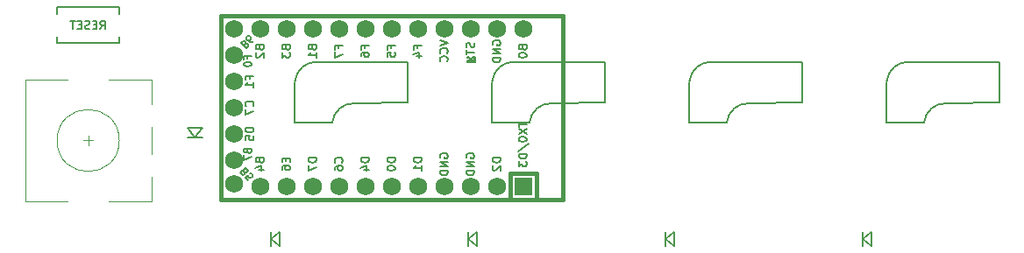
<source format=gbr>
%TF.GenerationSoftware,KiCad,Pcbnew,(6.0.1)*%
%TF.CreationDate,2022-02-15T20:39:13+08:00*%
%TF.ProjectId,Desk_Macropad,4465736b-5f4d-4616-9372-6f7061642e6b,rev?*%
%TF.SameCoordinates,Original*%
%TF.FileFunction,Legend,Bot*%
%TF.FilePolarity,Positive*%
%FSLAX46Y46*%
G04 Gerber Fmt 4.6, Leading zero omitted, Abs format (unit mm)*
G04 Created by KiCad (PCBNEW (6.0.1)) date 2022-02-15 20:39:13*
%MOMM*%
%LPD*%
G01*
G04 APERTURE LIST*
%ADD10C,0.150000*%
%ADD11C,0.120000*%
%ADD12C,0.381000*%
%ADD13R,1.752600X1.752600*%
%ADD14C,1.752600*%
G04 APERTURE END LIST*
D10*
%TO.C,RSW1*%
X90205654Y-82890654D02*
X90472321Y-82509702D01*
X90662797Y-82890654D02*
X90662797Y-82090654D01*
X90358035Y-82090654D01*
X90281845Y-82128750D01*
X90243750Y-82166845D01*
X90205654Y-82243035D01*
X90205654Y-82357321D01*
X90243750Y-82433511D01*
X90281845Y-82471607D01*
X90358035Y-82509702D01*
X90662797Y-82509702D01*
X89862797Y-82471607D02*
X89596130Y-82471607D01*
X89481845Y-82890654D02*
X89862797Y-82890654D01*
X89862797Y-82090654D01*
X89481845Y-82090654D01*
X89177083Y-82852559D02*
X89062797Y-82890654D01*
X88872321Y-82890654D01*
X88796130Y-82852559D01*
X88758035Y-82814464D01*
X88719940Y-82738273D01*
X88719940Y-82662083D01*
X88758035Y-82585892D01*
X88796130Y-82547797D01*
X88872321Y-82509702D01*
X89024702Y-82471607D01*
X89100892Y-82433511D01*
X89138988Y-82395416D01*
X89177083Y-82319226D01*
X89177083Y-82243035D01*
X89138988Y-82166845D01*
X89100892Y-82128750D01*
X89024702Y-82090654D01*
X88834226Y-82090654D01*
X88719940Y-82128750D01*
X88377083Y-82471607D02*
X88110416Y-82471607D01*
X87996130Y-82890654D02*
X88377083Y-82890654D01*
X88377083Y-82090654D01*
X87996130Y-82090654D01*
X87767559Y-82090654D02*
X87310416Y-82090654D01*
X87538988Y-82890654D02*
X87538988Y-82090654D01*
%TO.C,U1*%
X105588607Y-84702690D02*
X105626702Y-84816976D01*
X105664797Y-84855071D01*
X105740988Y-84893166D01*
X105855273Y-84893166D01*
X105931464Y-84855071D01*
X105969559Y-84816976D01*
X106007654Y-84740785D01*
X106007654Y-84436023D01*
X105207654Y-84436023D01*
X105207654Y-84702690D01*
X105245750Y-84778880D01*
X105283845Y-84816976D01*
X105360035Y-84855071D01*
X105436226Y-84855071D01*
X105512416Y-84816976D01*
X105550511Y-84778880D01*
X105588607Y-84702690D01*
X105588607Y-84436023D01*
X105283845Y-85197928D02*
X105245750Y-85236023D01*
X105207654Y-85312214D01*
X105207654Y-85502690D01*
X105245750Y-85578880D01*
X105283845Y-85616976D01*
X105360035Y-85655071D01*
X105436226Y-85655071D01*
X105550511Y-85616976D01*
X106007654Y-85159833D01*
X106007654Y-85655071D01*
X116167654Y-95358023D02*
X115367654Y-95358023D01*
X115367654Y-95548500D01*
X115405750Y-95662785D01*
X115481940Y-95738976D01*
X115558130Y-95777071D01*
X115710511Y-95815166D01*
X115824797Y-95815166D01*
X115977178Y-95777071D01*
X116053369Y-95738976D01*
X116129559Y-95662785D01*
X116167654Y-95548500D01*
X116167654Y-95358023D01*
X115634321Y-96500880D02*
X116167654Y-96500880D01*
X115329559Y-96310404D02*
X115900988Y-96119928D01*
X115900988Y-96615166D01*
X125565750Y-95338976D02*
X125527654Y-95262785D01*
X125527654Y-95148500D01*
X125565750Y-95034214D01*
X125641940Y-94958023D01*
X125718130Y-94919928D01*
X125870511Y-94881833D01*
X125984797Y-94881833D01*
X126137178Y-94919928D01*
X126213369Y-94958023D01*
X126289559Y-95034214D01*
X126327654Y-95148500D01*
X126327654Y-95224690D01*
X126289559Y-95338976D01*
X126251464Y-95377071D01*
X125984797Y-95377071D01*
X125984797Y-95224690D01*
X126327654Y-95719928D02*
X125527654Y-95719928D01*
X126327654Y-96177071D01*
X125527654Y-96177071D01*
X126327654Y-96558023D02*
X125527654Y-96558023D01*
X125527654Y-96748500D01*
X125565750Y-96862785D01*
X125641940Y-96938976D01*
X125718130Y-96977071D01*
X125870511Y-97015166D01*
X125984797Y-97015166D01*
X126137178Y-96977071D01*
X126213369Y-96938976D01*
X126289559Y-96862785D01*
X126327654Y-96748500D01*
X126327654Y-96558023D01*
X111087654Y-95358023D02*
X110287654Y-95358023D01*
X110287654Y-95548500D01*
X110325750Y-95662785D01*
X110401940Y-95738976D01*
X110478130Y-95777071D01*
X110630511Y-95815166D01*
X110744797Y-95815166D01*
X110897178Y-95777071D01*
X110973369Y-95738976D01*
X111049559Y-95662785D01*
X111087654Y-95548500D01*
X111087654Y-95358023D01*
X110287654Y-96081833D02*
X110287654Y-96615166D01*
X111087654Y-96272309D01*
X126319559Y-84221046D02*
X126357654Y-84335332D01*
X126357654Y-84525808D01*
X126319559Y-84601999D01*
X126281464Y-84640094D01*
X126205273Y-84678189D01*
X126129083Y-84678189D01*
X126052892Y-84640094D01*
X126014797Y-84601999D01*
X125976702Y-84525808D01*
X125938607Y-84373427D01*
X125900511Y-84297237D01*
X125862416Y-84259141D01*
X125786226Y-84221046D01*
X125710035Y-84221046D01*
X125633845Y-84259141D01*
X125595750Y-84297237D01*
X125557654Y-84373427D01*
X125557654Y-84563903D01*
X125595750Y-84678189D01*
X125557654Y-84906760D02*
X125557654Y-85363903D01*
X126357654Y-85135332D02*
X125557654Y-85135332D01*
X113208607Y-84759833D02*
X113208607Y-84493166D01*
X113627654Y-84493166D02*
X112827654Y-84493166D01*
X112827654Y-84874119D01*
X112827654Y-85102690D02*
X112827654Y-85636023D01*
X113627654Y-85293166D01*
X122987654Y-83959833D02*
X123787654Y-84226500D01*
X122987654Y-84493166D01*
X123711464Y-85216976D02*
X123749559Y-85178880D01*
X123787654Y-85064595D01*
X123787654Y-84988404D01*
X123749559Y-84874119D01*
X123673369Y-84797928D01*
X123597178Y-84759833D01*
X123444797Y-84721738D01*
X123330511Y-84721738D01*
X123178130Y-84759833D01*
X123101940Y-84797928D01*
X123025750Y-84874119D01*
X122987654Y-84988404D01*
X122987654Y-85064595D01*
X123025750Y-85178880D01*
X123063845Y-85216976D01*
X123711464Y-86016976D02*
X123749559Y-85978880D01*
X123787654Y-85864595D01*
X123787654Y-85788404D01*
X123749559Y-85674119D01*
X123673369Y-85597928D01*
X123597178Y-85559833D01*
X123444797Y-85521738D01*
X123330511Y-85521738D01*
X123178130Y-85559833D01*
X123101940Y-85597928D01*
X123025750Y-85674119D01*
X122987654Y-85788404D01*
X122987654Y-85864595D01*
X123025750Y-85978880D01*
X123063845Y-86016976D01*
X104961464Y-90354166D02*
X104999559Y-90316071D01*
X105037654Y-90201785D01*
X105037654Y-90125595D01*
X104999559Y-90011309D01*
X104923369Y-89935119D01*
X104847178Y-89897023D01*
X104694797Y-89858928D01*
X104580511Y-89858928D01*
X104428130Y-89897023D01*
X104351940Y-89935119D01*
X104275750Y-90011309D01*
X104237654Y-90125595D01*
X104237654Y-90201785D01*
X104275750Y-90316071D01*
X104313845Y-90354166D01*
X104237654Y-90620833D02*
X104237654Y-91154166D01*
X105037654Y-90811309D01*
X115748607Y-84759833D02*
X115748607Y-84493166D01*
X116167654Y-84493166D02*
X115367654Y-84493166D01*
X115367654Y-84874119D01*
X115367654Y-85521738D02*
X115367654Y-85369357D01*
X115405750Y-85293166D01*
X115443845Y-85255071D01*
X115558130Y-85178880D01*
X115710511Y-85140785D01*
X116015273Y-85140785D01*
X116091464Y-85178880D01*
X116129559Y-85216976D01*
X116167654Y-85293166D01*
X116167654Y-85445547D01*
X116129559Y-85521738D01*
X116091464Y-85559833D01*
X116015273Y-85597928D01*
X115824797Y-85597928D01*
X115748607Y-85559833D01*
X115710511Y-85521738D01*
X115672416Y-85445547D01*
X115672416Y-85293166D01*
X115710511Y-85216976D01*
X115748607Y-85178880D01*
X115824797Y-85140785D01*
X118707654Y-95358023D02*
X117907654Y-95358023D01*
X117907654Y-95548500D01*
X117945750Y-95662785D01*
X118021940Y-95738976D01*
X118098130Y-95777071D01*
X118250511Y-95815166D01*
X118364797Y-95815166D01*
X118517178Y-95777071D01*
X118593369Y-95738976D01*
X118669559Y-95662785D01*
X118707654Y-95548500D01*
X118707654Y-95358023D01*
X117907654Y-96310404D02*
X117907654Y-96386595D01*
X117945750Y-96462785D01*
X117983845Y-96500880D01*
X118060035Y-96538976D01*
X118212416Y-96577071D01*
X118402892Y-96577071D01*
X118555273Y-96538976D01*
X118631464Y-96500880D01*
X118669559Y-96462785D01*
X118707654Y-96386595D01*
X118707654Y-96310404D01*
X118669559Y-96234214D01*
X118631464Y-96196119D01*
X118555273Y-96158023D01*
X118402892Y-96119928D01*
X118212416Y-96119928D01*
X118060035Y-96158023D01*
X117983845Y-96196119D01*
X117945750Y-96234214D01*
X117907654Y-96310404D01*
X120828607Y-84759833D02*
X120828607Y-84493166D01*
X121247654Y-84493166D02*
X120447654Y-84493166D01*
X120447654Y-84874119D01*
X120714321Y-85521738D02*
X121247654Y-85521738D01*
X120409559Y-85331261D02*
X120980988Y-85140785D01*
X120980988Y-85636023D01*
X105588607Y-95624690D02*
X105626702Y-95738976D01*
X105664797Y-95777071D01*
X105740988Y-95815166D01*
X105855273Y-95815166D01*
X105931464Y-95777071D01*
X105969559Y-95738976D01*
X106007654Y-95662785D01*
X106007654Y-95358023D01*
X105207654Y-95358023D01*
X105207654Y-95624690D01*
X105245750Y-95700880D01*
X105283845Y-95738976D01*
X105360035Y-95777071D01*
X105436226Y-95777071D01*
X105512416Y-95738976D01*
X105550511Y-95700880D01*
X105588607Y-95624690D01*
X105588607Y-95358023D01*
X105474321Y-96500880D02*
X106007654Y-96500880D01*
X105169559Y-96310404D02*
X105740988Y-96119928D01*
X105740988Y-96615166D01*
X104425750Y-85754166D02*
X104425750Y-85520833D01*
X104792416Y-85520833D02*
X104092416Y-85520833D01*
X104092416Y-85854166D01*
X104092416Y-86254166D02*
X104092416Y-86320833D01*
X104125750Y-86387500D01*
X104159083Y-86420833D01*
X104225750Y-86454166D01*
X104359083Y-86487500D01*
X104525750Y-86487500D01*
X104659083Y-86454166D01*
X104725750Y-86420833D01*
X104759083Y-86387500D01*
X104792416Y-86320833D01*
X104792416Y-86254166D01*
X104759083Y-86187500D01*
X104725750Y-86154166D01*
X104659083Y-86120833D01*
X104525750Y-86087500D01*
X104359083Y-86087500D01*
X104225750Y-86120833D01*
X104159083Y-86154166D01*
X104125750Y-86187500D01*
X104092416Y-86254166D01*
X110668607Y-84702690D02*
X110706702Y-84816976D01*
X110744797Y-84855071D01*
X110820988Y-84893166D01*
X110935273Y-84893166D01*
X111011464Y-84855071D01*
X111049559Y-84816976D01*
X111087654Y-84740785D01*
X111087654Y-84436023D01*
X110287654Y-84436023D01*
X110287654Y-84702690D01*
X110325750Y-84778880D01*
X110363845Y-84816976D01*
X110440035Y-84855071D01*
X110516226Y-84855071D01*
X110592416Y-84816976D01*
X110630511Y-84778880D01*
X110668607Y-84702690D01*
X110668607Y-84436023D01*
X111087654Y-85655071D02*
X111087654Y-85197928D01*
X111087654Y-85426500D02*
X110287654Y-85426500D01*
X110401940Y-85350309D01*
X110478130Y-85274119D01*
X110516226Y-85197928D01*
X121247654Y-95358023D02*
X120447654Y-95358023D01*
X120447654Y-95548500D01*
X120485750Y-95662785D01*
X120561940Y-95738976D01*
X120638130Y-95777071D01*
X120790511Y-95815166D01*
X120904797Y-95815166D01*
X121057178Y-95777071D01*
X121133369Y-95738976D01*
X121209559Y-95662785D01*
X121247654Y-95548500D01*
X121247654Y-95358023D01*
X121247654Y-96577071D02*
X121247654Y-96119928D01*
X121247654Y-96348500D02*
X120447654Y-96348500D01*
X120561940Y-96272309D01*
X120638130Y-96196119D01*
X120676226Y-96119928D01*
X105037654Y-92437023D02*
X104237654Y-92437023D01*
X104237654Y-92627500D01*
X104275750Y-92741785D01*
X104351940Y-92817976D01*
X104428130Y-92856071D01*
X104580511Y-92894166D01*
X104694797Y-92894166D01*
X104847178Y-92856071D01*
X104923369Y-92817976D01*
X104999559Y-92741785D01*
X105037654Y-92627500D01*
X105037654Y-92437023D01*
X104237654Y-93617976D02*
X104237654Y-93237023D01*
X104618607Y-93198928D01*
X104580511Y-93237023D01*
X104542416Y-93313214D01*
X104542416Y-93503690D01*
X104580511Y-93579880D01*
X104618607Y-93617976D01*
X104694797Y-93656071D01*
X104885273Y-93656071D01*
X104961464Y-93617976D01*
X104999559Y-93579880D01*
X105037654Y-93503690D01*
X105037654Y-93313214D01*
X104999559Y-93237023D01*
X104961464Y-93198928D01*
X128105750Y-84416976D02*
X128067654Y-84340785D01*
X128067654Y-84226500D01*
X128105750Y-84112214D01*
X128181940Y-84036023D01*
X128258130Y-83997928D01*
X128410511Y-83959833D01*
X128524797Y-83959833D01*
X128677178Y-83997928D01*
X128753369Y-84036023D01*
X128829559Y-84112214D01*
X128867654Y-84226500D01*
X128867654Y-84302690D01*
X128829559Y-84416976D01*
X128791464Y-84455071D01*
X128524797Y-84455071D01*
X128524797Y-84302690D01*
X128867654Y-84797928D02*
X128067654Y-84797928D01*
X128867654Y-85255071D01*
X128067654Y-85255071D01*
X128867654Y-85636023D02*
X128067654Y-85636023D01*
X128067654Y-85826500D01*
X128105750Y-85940785D01*
X128181940Y-86016976D01*
X128258130Y-86055071D01*
X128410511Y-86093166D01*
X128524797Y-86093166D01*
X128677178Y-86055071D01*
X128753369Y-86016976D01*
X128829559Y-85940785D01*
X128867654Y-85826500D01*
X128867654Y-85636023D01*
X113551464Y-95815166D02*
X113589559Y-95777071D01*
X113627654Y-95662785D01*
X113627654Y-95586595D01*
X113589559Y-95472309D01*
X113513369Y-95396119D01*
X113437178Y-95358023D01*
X113284797Y-95319928D01*
X113170511Y-95319928D01*
X113018130Y-95358023D01*
X112941940Y-95396119D01*
X112865750Y-95472309D01*
X112827654Y-95586595D01*
X112827654Y-95662785D01*
X112865750Y-95777071D01*
X112903845Y-95815166D01*
X112827654Y-96500880D02*
X112827654Y-96348500D01*
X112865750Y-96272309D01*
X112903845Y-96234214D01*
X113018130Y-96158023D01*
X113170511Y-96119928D01*
X113475273Y-96119928D01*
X113551464Y-96158023D01*
X113589559Y-96196119D01*
X113627654Y-96272309D01*
X113627654Y-96424690D01*
X113589559Y-96500880D01*
X113551464Y-96538976D01*
X113475273Y-96577071D01*
X113284797Y-96577071D01*
X113208607Y-96538976D01*
X113170511Y-96500880D01*
X113132416Y-96424690D01*
X113132416Y-96272309D01*
X113170511Y-96196119D01*
X113208607Y-96158023D01*
X113284797Y-96119928D01*
X104618607Y-87680833D02*
X104618607Y-87414166D01*
X105037654Y-87414166D02*
X104237654Y-87414166D01*
X104237654Y-87795119D01*
X105037654Y-88518928D02*
X105037654Y-88061785D01*
X105037654Y-88290357D02*
X104237654Y-88290357D01*
X104351940Y-88214166D01*
X104428130Y-88137976D01*
X104466226Y-88061785D01*
X123025750Y-95338976D02*
X122987654Y-95262785D01*
X122987654Y-95148500D01*
X123025750Y-95034214D01*
X123101940Y-94958023D01*
X123178130Y-94919928D01*
X123330511Y-94881833D01*
X123444797Y-94881833D01*
X123597178Y-94919928D01*
X123673369Y-94958023D01*
X123749559Y-95034214D01*
X123787654Y-95148500D01*
X123787654Y-95224690D01*
X123749559Y-95338976D01*
X123711464Y-95377071D01*
X123444797Y-95377071D01*
X123444797Y-95224690D01*
X123787654Y-95719928D02*
X122987654Y-95719928D01*
X123787654Y-96177071D01*
X122987654Y-96177071D01*
X123787654Y-96558023D02*
X122987654Y-96558023D01*
X122987654Y-96748500D01*
X123025750Y-96862785D01*
X123101940Y-96938976D01*
X123178130Y-96977071D01*
X123330511Y-97015166D01*
X123444797Y-97015166D01*
X123597178Y-96977071D01*
X123673369Y-96938976D01*
X123749559Y-96862785D01*
X123787654Y-96748500D01*
X123787654Y-96558023D01*
X128867654Y-95358023D02*
X128067654Y-95358023D01*
X128067654Y-95548500D01*
X128105750Y-95662785D01*
X128181940Y-95738976D01*
X128258130Y-95777071D01*
X128410511Y-95815166D01*
X128524797Y-95815166D01*
X128677178Y-95777071D01*
X128753369Y-95738976D01*
X128829559Y-95662785D01*
X128867654Y-95548500D01*
X128867654Y-95358023D01*
X128143845Y-96119928D02*
X128105750Y-96158023D01*
X128067654Y-96234214D01*
X128067654Y-96424690D01*
X128105750Y-96500880D01*
X128143845Y-96538976D01*
X128220035Y-96577071D01*
X128296226Y-96577071D01*
X128410511Y-96538976D01*
X128867654Y-96081833D01*
X128867654Y-96577071D01*
X104140047Y-96722508D02*
X104234328Y-96769648D01*
X104281469Y-96769648D01*
X104352179Y-96746078D01*
X104422890Y-96675367D01*
X104446460Y-96604657D01*
X104446460Y-96557516D01*
X104422890Y-96486806D01*
X104234328Y-96298244D01*
X103739353Y-96793219D01*
X103904345Y-96958210D01*
X103975056Y-96981780D01*
X104022196Y-96981780D01*
X104092907Y-96958210D01*
X104140047Y-96911070D01*
X104163617Y-96840359D01*
X104163617Y-96793219D01*
X104140047Y-96722508D01*
X103975056Y-96557516D01*
X104470030Y-97523896D02*
X104234328Y-97288193D01*
X104446460Y-97028921D01*
X104446460Y-97076061D01*
X104470030Y-97146772D01*
X104587882Y-97264623D01*
X104658592Y-97288193D01*
X104705733Y-97288193D01*
X104776443Y-97264623D01*
X104894294Y-97146772D01*
X104917865Y-97076061D01*
X104917865Y-97028921D01*
X104894294Y-96958210D01*
X104776443Y-96840359D01*
X104705733Y-96816789D01*
X104658592Y-96816789D01*
X104210758Y-84323202D02*
X104257898Y-84228921D01*
X104257898Y-84181780D01*
X104234328Y-84111070D01*
X104163617Y-84040359D01*
X104092907Y-84016789D01*
X104045766Y-84016789D01*
X103975056Y-84040359D01*
X103786494Y-84228921D01*
X104281469Y-84723896D01*
X104446460Y-84558904D01*
X104470030Y-84488193D01*
X104470030Y-84441053D01*
X104446460Y-84370342D01*
X104399320Y-84323202D01*
X104328609Y-84299632D01*
X104281469Y-84299632D01*
X104210758Y-84323202D01*
X104045766Y-84488193D01*
X104988575Y-84016789D02*
X104894294Y-84111070D01*
X104823584Y-84134640D01*
X104776443Y-84134640D01*
X104658592Y-84111070D01*
X104540741Y-84040359D01*
X104352179Y-83851797D01*
X104328609Y-83781087D01*
X104328609Y-83733946D01*
X104352179Y-83663235D01*
X104446460Y-83568955D01*
X104517171Y-83545384D01*
X104564311Y-83545384D01*
X104635022Y-83568955D01*
X104752873Y-83686806D01*
X104776443Y-83757516D01*
X104776443Y-83804657D01*
X104752873Y-83875367D01*
X104658592Y-83969648D01*
X104587882Y-83993219D01*
X104540741Y-83993219D01*
X104470030Y-83969648D01*
X104425750Y-94704166D02*
X104459083Y-94804166D01*
X104492416Y-94837500D01*
X104559083Y-94870833D01*
X104659083Y-94870833D01*
X104725750Y-94837500D01*
X104759083Y-94804166D01*
X104792416Y-94737500D01*
X104792416Y-94470833D01*
X104092416Y-94470833D01*
X104092416Y-94704166D01*
X104125750Y-94770833D01*
X104159083Y-94804166D01*
X104225750Y-94837500D01*
X104292416Y-94837500D01*
X104359083Y-94804166D01*
X104392416Y-94770833D01*
X104425750Y-94704166D01*
X104425750Y-94470833D01*
X104092416Y-95104166D02*
X104092416Y-95570833D01*
X104792416Y-95270833D01*
X130988607Y-84702690D02*
X131026702Y-84816976D01*
X131064797Y-84855071D01*
X131140988Y-84893166D01*
X131255273Y-84893166D01*
X131331464Y-84855071D01*
X131369559Y-84816976D01*
X131407654Y-84740785D01*
X131407654Y-84436023D01*
X130607654Y-84436023D01*
X130607654Y-84702690D01*
X130645750Y-84778880D01*
X130683845Y-84816976D01*
X130760035Y-84855071D01*
X130836226Y-84855071D01*
X130912416Y-84816976D01*
X130950511Y-84778880D01*
X130988607Y-84702690D01*
X130988607Y-84436023D01*
X130607654Y-85388404D02*
X130607654Y-85464595D01*
X130645750Y-85540785D01*
X130683845Y-85578880D01*
X130760035Y-85616976D01*
X130912416Y-85655071D01*
X131102892Y-85655071D01*
X131255273Y-85616976D01*
X131331464Y-85578880D01*
X131369559Y-85540785D01*
X131407654Y-85464595D01*
X131407654Y-85388404D01*
X131369559Y-85312214D01*
X131331464Y-85274119D01*
X131255273Y-85236023D01*
X131102892Y-85197928D01*
X130912416Y-85197928D01*
X130760035Y-85236023D01*
X130683845Y-85274119D01*
X130645750Y-85312214D01*
X130607654Y-85388404D01*
X108128607Y-95396119D02*
X108128607Y-95662785D01*
X108547654Y-95777071D02*
X108547654Y-95396119D01*
X107747654Y-95396119D01*
X107747654Y-95777071D01*
X107747654Y-96462785D02*
X107747654Y-96310404D01*
X107785750Y-96234214D01*
X107823845Y-96196119D01*
X107938130Y-96119928D01*
X108090511Y-96081833D01*
X108395273Y-96081833D01*
X108471464Y-96119928D01*
X108509559Y-96158023D01*
X108547654Y-96234214D01*
X108547654Y-96386595D01*
X108509559Y-96462785D01*
X108471464Y-96500880D01*
X108395273Y-96538976D01*
X108204797Y-96538976D01*
X108128607Y-96500880D01*
X108090511Y-96462785D01*
X108052416Y-96386595D01*
X108052416Y-96234214D01*
X108090511Y-96158023D01*
X108128607Y-96119928D01*
X108204797Y-96081833D01*
X108128607Y-84702690D02*
X108166702Y-84816976D01*
X108204797Y-84855071D01*
X108280988Y-84893166D01*
X108395273Y-84893166D01*
X108471464Y-84855071D01*
X108509559Y-84816976D01*
X108547654Y-84740785D01*
X108547654Y-84436023D01*
X107747654Y-84436023D01*
X107747654Y-84702690D01*
X107785750Y-84778880D01*
X107823845Y-84816976D01*
X107900035Y-84855071D01*
X107976226Y-84855071D01*
X108052416Y-84816976D01*
X108090511Y-84778880D01*
X108128607Y-84702690D01*
X108128607Y-84436023D01*
X107747654Y-85159833D02*
X107747654Y-85655071D01*
X108052416Y-85388404D01*
X108052416Y-85502690D01*
X108090511Y-85578880D01*
X108128607Y-85616976D01*
X108204797Y-85655071D01*
X108395273Y-85655071D01*
X108471464Y-85616976D01*
X108509559Y-85578880D01*
X108547654Y-85502690D01*
X108547654Y-85274119D01*
X108509559Y-85197928D01*
X108471464Y-85159833D01*
X118288607Y-84759833D02*
X118288607Y-84493166D01*
X118707654Y-84493166D02*
X117907654Y-84493166D01*
X117907654Y-84874119D01*
X117907654Y-85559833D02*
X117907654Y-85178880D01*
X118288607Y-85140785D01*
X118250511Y-85178880D01*
X118212416Y-85255071D01*
X118212416Y-85445547D01*
X118250511Y-85521738D01*
X118288607Y-85559833D01*
X118364797Y-85597928D01*
X118555273Y-85597928D01*
X118631464Y-85559833D01*
X118669559Y-85521738D01*
X118707654Y-85445547D01*
X118707654Y-85255071D01*
X118669559Y-85178880D01*
X118631464Y-85140785D01*
X130607654Y-91868895D02*
X130607654Y-92326038D01*
X131407654Y-92097467D02*
X130607654Y-92097467D01*
X130607654Y-92516514D02*
X131407654Y-93049848D01*
X130607654Y-93049848D02*
X131407654Y-92516514D01*
X130607654Y-93506991D02*
X130607654Y-93583181D01*
X130645750Y-93659372D01*
X130683845Y-93697467D01*
X130760035Y-93735562D01*
X130912416Y-93773657D01*
X131102892Y-93773657D01*
X131255273Y-93735562D01*
X131331464Y-93697467D01*
X131369559Y-93659372D01*
X131407654Y-93583181D01*
X131407654Y-93506991D01*
X131369559Y-93430800D01*
X131331464Y-93392705D01*
X131255273Y-93354610D01*
X131102892Y-93316514D01*
X130912416Y-93316514D01*
X130760035Y-93354610D01*
X130683845Y-93392705D01*
X130645750Y-93430800D01*
X130607654Y-93506991D01*
X130569559Y-94687943D02*
X131598130Y-94002229D01*
X131407654Y-94954610D02*
X130607654Y-94954610D01*
X130607654Y-95145086D01*
X130645750Y-95259372D01*
X130721940Y-95335562D01*
X130798130Y-95373657D01*
X130950511Y-95411752D01*
X131064797Y-95411752D01*
X131217178Y-95373657D01*
X131293369Y-95335562D01*
X131369559Y-95259372D01*
X131407654Y-95145086D01*
X131407654Y-94954610D01*
X130607654Y-95678419D02*
X130607654Y-96173657D01*
X130912416Y-95906991D01*
X130912416Y-96021276D01*
X130950511Y-96097467D01*
X130988607Y-96135562D01*
X131064797Y-96173657D01*
X131255273Y-96173657D01*
X131331464Y-96135562D01*
X131369559Y-96097467D01*
X131407654Y-96021276D01*
X131407654Y-95792705D01*
X131369559Y-95716514D01*
X131331464Y-95678419D01*
%TO.C,SW3*%
X149368750Y-86064750D02*
G75*
G03*
X147104750Y-87948750I-190000J-2074000D01*
G01*
X152968750Y-90068751D02*
G75*
G03*
X150708751Y-91948749I-190001J-2069997D01*
G01*
X157993750Y-90018750D02*
X152943750Y-90064750D01*
X157993750Y-86064750D02*
X149368750Y-86064750D01*
X147093750Y-88018750D02*
X147093750Y-91963750D01*
X157993750Y-89972750D02*
X157993750Y-86064750D01*
X147093750Y-91972750D02*
X150703750Y-91972750D01*
%TO.C,SW4*%
X172018750Y-90068751D02*
G75*
G03*
X169758751Y-91948749I-190001J-2069997D01*
G01*
X168418750Y-86064750D02*
G75*
G03*
X166154750Y-87948750I-190000J-2074000D01*
G01*
X177043750Y-86064750D02*
X168418750Y-86064750D01*
X177043750Y-90018750D02*
X171993750Y-90064750D01*
X166143750Y-91972750D02*
X169753750Y-91972750D01*
X177043750Y-89972750D02*
X177043750Y-86064750D01*
X166143750Y-88018750D02*
X166143750Y-91963750D01*
%TO.C,D4*%
X144756250Y-102487500D02*
X144756250Y-103887500D01*
X145656250Y-102487500D02*
X145656250Y-103887500D01*
X144756250Y-103187500D02*
X145656250Y-102487500D01*
X145656250Y-103887500D02*
X144756250Y-103187500D01*
%TO.C,D3*%
X126606250Y-102487500D02*
X126606250Y-103887500D01*
X125706250Y-102487500D02*
X125706250Y-103887500D01*
X125706250Y-103187500D02*
X126606250Y-102487500D01*
X126606250Y-103887500D02*
X125706250Y-103187500D01*
%TO.C,SW1*%
X119893750Y-86064750D02*
X111268750Y-86064750D01*
X108993750Y-91972750D02*
X112603750Y-91972750D01*
X119893750Y-89972750D02*
X119893750Y-86064750D01*
X119893750Y-90018750D02*
X114843750Y-90064750D01*
X108993750Y-88018750D02*
X108993750Y-91963750D01*
X114868750Y-90068751D02*
G75*
G03*
X112608751Y-91948749I-190001J-2069997D01*
G01*
X111268750Y-86064750D02*
G75*
G03*
X109004750Y-87948750I-190000J-2074000D01*
G01*
D11*
%TO.C,SW5*%
X82943750Y-87762500D02*
X82943750Y-99562500D01*
X87043750Y-99562500D02*
X82943750Y-99562500D01*
X95143750Y-87762500D02*
X95143750Y-90162500D01*
X95143750Y-97162500D02*
X95143750Y-99562500D01*
X95143750Y-99562500D02*
X91043750Y-99562500D01*
X89043750Y-93162500D02*
X89043750Y-94162500D01*
X87043750Y-87762500D02*
X82943750Y-87762500D01*
X95143750Y-92362500D02*
X95143750Y-94962500D01*
X88543750Y-93662500D02*
X89543750Y-93662500D01*
X91043750Y-87762500D02*
X95143750Y-87762500D01*
X92043750Y-93662500D02*
G75*
G03*
X92043750Y-93662500I-3000000J0D01*
G01*
D10*
%TO.C,D2*%
X106656250Y-102487500D02*
X106656250Y-103887500D01*
X106656250Y-103187500D02*
X107556250Y-102487500D01*
X107556250Y-103887500D02*
X106656250Y-103187500D01*
X107556250Y-102487500D02*
X107556250Y-103887500D01*
%TO.C,RSW1*%
X92043750Y-84228750D02*
X86043750Y-84228750D01*
X92043750Y-80728750D02*
X92043750Y-81428750D01*
X86043750Y-80728750D02*
X86043750Y-81428750D01*
X92043750Y-84228750D02*
X92043750Y-83628750D01*
X86043750Y-80728750D02*
X91943750Y-80728750D01*
X86043750Y-80728750D02*
X92043750Y-80728750D01*
X86043750Y-84228750D02*
X86043750Y-83628750D01*
%TO.C,SW2*%
X133918750Y-90068751D02*
G75*
G03*
X131658751Y-91948749I-190001J-2069997D01*
G01*
X130318750Y-86064750D02*
G75*
G03*
X128054750Y-87948750I-190000J-2074000D01*
G01*
X128043750Y-91972750D02*
X131653750Y-91972750D01*
X138943750Y-86064750D02*
X130318750Y-86064750D01*
X138943750Y-90018750D02*
X133893750Y-90064750D01*
X128043750Y-88018750D02*
X128043750Y-91963750D01*
X138943750Y-89972750D02*
X138943750Y-86064750D01*
%TO.C,D1*%
X99362500Y-93368750D02*
X98662500Y-92468750D01*
X98662500Y-93368750D02*
X100062500Y-93368750D01*
X100062500Y-92468750D02*
X99362500Y-93368750D01*
X98662500Y-92468750D02*
X100062500Y-92468750D01*
%TO.C,D5*%
X164706250Y-103887500D02*
X163806250Y-103187500D01*
X163806250Y-103187500D02*
X164706250Y-102487500D01*
X164706250Y-102487500D02*
X164706250Y-103887500D01*
X163806250Y-102487500D02*
X163806250Y-103887500D01*
D12*
%TO.C,U1*%
X132315750Y-81597500D02*
X134855750Y-81597500D01*
X132315750Y-96837500D02*
X132315750Y-99377500D01*
X132315750Y-99377500D02*
X101835750Y-99377500D01*
X134855750Y-99377500D02*
X132315750Y-99377500D01*
X101835750Y-99377500D02*
X101835750Y-81597500D01*
X129775750Y-96837500D02*
X129775750Y-99377500D01*
X101835750Y-81597500D02*
X132315750Y-81597500D01*
X134855750Y-81597500D02*
X134855750Y-99377500D01*
X132315750Y-96837500D02*
X129775750Y-96837500D01*
D10*
X125836390Y-85555932D02*
X125636390Y-85555932D01*
X125636390Y-85555932D02*
X125636390Y-85655932D01*
X125636390Y-85655932D02*
X125836390Y-85655932D01*
X125836390Y-85655932D02*
X125836390Y-85555932D01*
G36*
X125836390Y-85655932D02*
G01*
X125636390Y-85655932D01*
X125636390Y-85555932D01*
X125836390Y-85555932D01*
X125836390Y-85655932D01*
G37*
X125836390Y-85655932D02*
X125636390Y-85655932D01*
X125636390Y-85555932D01*
X125836390Y-85555932D01*
X125836390Y-85655932D01*
X126436390Y-85955932D02*
X125636390Y-85955932D01*
X125636390Y-85955932D02*
X125636390Y-86055932D01*
X125636390Y-86055932D02*
X126436390Y-86055932D01*
X126436390Y-86055932D02*
X126436390Y-85955932D01*
G36*
X126436390Y-86055932D02*
G01*
X125636390Y-86055932D01*
X125636390Y-85955932D01*
X126436390Y-85955932D01*
X126436390Y-86055932D01*
G37*
X126436390Y-86055932D02*
X125636390Y-86055932D01*
X125636390Y-85955932D01*
X126436390Y-85955932D01*
X126436390Y-86055932D01*
X126436390Y-85555932D02*
X126136390Y-85555932D01*
X126136390Y-85555932D02*
X126136390Y-85655932D01*
X126136390Y-85655932D02*
X126436390Y-85655932D01*
X126436390Y-85655932D02*
X126436390Y-85555932D01*
G36*
X126436390Y-85655932D02*
G01*
X126136390Y-85655932D01*
X126136390Y-85555932D01*
X126436390Y-85555932D01*
X126436390Y-85655932D01*
G37*
X126436390Y-85655932D02*
X126136390Y-85655932D01*
X126136390Y-85555932D01*
X126436390Y-85555932D01*
X126436390Y-85655932D01*
X126436390Y-85555932D02*
X126336390Y-85555932D01*
X126336390Y-85555932D02*
X126336390Y-86055932D01*
X126336390Y-86055932D02*
X126436390Y-86055932D01*
X126436390Y-86055932D02*
X126436390Y-85555932D01*
G36*
X126436390Y-86055932D02*
G01*
X126336390Y-86055932D01*
X126336390Y-85555932D01*
X126436390Y-85555932D01*
X126436390Y-86055932D01*
G37*
X126436390Y-86055932D02*
X126336390Y-86055932D01*
X126336390Y-85555932D01*
X126436390Y-85555932D01*
X126436390Y-86055932D01*
X126036390Y-85755932D02*
X125936390Y-85755932D01*
X125936390Y-85755932D02*
X125936390Y-85855932D01*
X125936390Y-85855932D02*
X126036390Y-85855932D01*
X126036390Y-85855932D02*
X126036390Y-85755932D01*
G36*
X126036390Y-85855932D02*
G01*
X125936390Y-85855932D01*
X125936390Y-85755932D01*
X126036390Y-85755932D01*
X126036390Y-85855932D01*
G37*
X126036390Y-85855932D02*
X125936390Y-85855932D01*
X125936390Y-85755932D01*
X126036390Y-85755932D01*
X126036390Y-85855932D01*
%TD*%
D13*
%TO.C,U1*%
X131045750Y-98107500D03*
D14*
X128505750Y-98107500D03*
X125965750Y-98107500D03*
X123425750Y-98107500D03*
X120885750Y-98107500D03*
X118345750Y-98107500D03*
X115805750Y-98107500D03*
X113265750Y-98107500D03*
X110725750Y-98107500D03*
X108185750Y-98107500D03*
X105645750Y-98107500D03*
X103105750Y-97878900D03*
X103105750Y-82867500D03*
X105645750Y-82867500D03*
X108185750Y-82867500D03*
X110725750Y-82867500D03*
X113265750Y-82867500D03*
X115805750Y-82867500D03*
X118345750Y-82867500D03*
X120885750Y-82867500D03*
X123425750Y-82867500D03*
X125965750Y-82867500D03*
X128505750Y-82867500D03*
X131045750Y-82867500D03*
X103105750Y-95567500D03*
X103105750Y-93027500D03*
X103105750Y-90487500D03*
X103105750Y-87947500D03*
X103105750Y-85407500D03*
%TD*%
M02*

</source>
